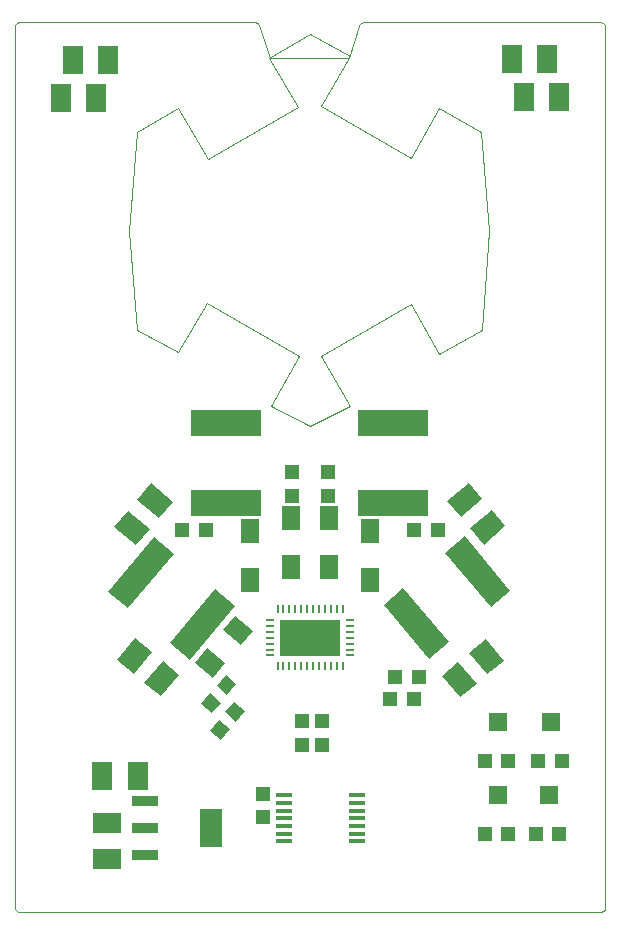
<source format=gtp>
G75*
G70*
%OFA0B0*%
%FSLAX24Y24*%
%IPPOS*%
%LPD*%
%AMOC8*
5,1,8,0,0,1.08239X$1,22.5*
%
%ADD10C,0.0000*%
%ADD11R,0.2028X0.1240*%
%ADD12R,0.0276X0.0098*%
%ADD13R,0.0098X0.0276*%
%ADD14R,0.0472X0.0472*%
%ADD15R,0.0630X0.0787*%
%ADD16R,0.0472X0.0472*%
%ADD17R,0.0571X0.0157*%
%ADD18R,0.2362X0.0866*%
%ADD19R,0.0709X0.0945*%
%ADD20C,0.0004*%
%ADD21R,0.0630X0.0591*%
%ADD22R,0.0906X0.0374*%
%ADD23R,0.0748X0.1280*%
%ADD24R,0.0945X0.0709*%
D10*
X001952Y001385D02*
X001952Y030747D01*
X001954Y030769D01*
X001959Y030791D01*
X001967Y030811D01*
X001979Y030830D01*
X001994Y030847D01*
X002011Y030862D01*
X002030Y030874D01*
X002050Y030882D01*
X002072Y030887D01*
X002094Y030889D01*
X009960Y030889D01*
X009982Y030887D01*
X010004Y030882D01*
X010024Y030874D01*
X010043Y030862D01*
X010060Y030848D01*
X010074Y030831D01*
X010086Y030812D01*
X010095Y030792D01*
X010094Y030792D02*
X010456Y029708D01*
X013093Y029708D01*
X013413Y030773D01*
X013421Y030794D01*
X013432Y030814D01*
X013446Y030833D01*
X013462Y030849D01*
X013481Y030863D01*
X013501Y030873D01*
X013523Y030881D01*
X013545Y030886D01*
X013568Y030888D01*
X013568Y030889D02*
X021474Y030889D01*
X021474Y030888D02*
X021497Y030886D01*
X021520Y030881D01*
X021541Y030873D01*
X021562Y030862D01*
X021580Y030848D01*
X021596Y030832D01*
X021610Y030814D01*
X021621Y030793D01*
X021629Y030772D01*
X021634Y030749D01*
X021636Y030726D01*
X021637Y030726D02*
X021637Y001405D01*
X021636Y001405D02*
X021634Y001382D01*
X021629Y001359D01*
X021621Y001338D01*
X021610Y001317D01*
X021596Y001299D01*
X021580Y001283D01*
X021562Y001269D01*
X021541Y001258D01*
X021520Y001250D01*
X021497Y001245D01*
X021474Y001243D01*
X002094Y001243D01*
X002072Y001245D01*
X002050Y001250D01*
X002030Y001258D01*
X002011Y001270D01*
X001994Y001285D01*
X001979Y001302D01*
X001967Y001321D01*
X001959Y001341D01*
X001954Y001363D01*
X001952Y001385D01*
D11*
X011794Y010377D03*
D12*
X010456Y010377D03*
X010456Y010574D03*
X010456Y010771D03*
X010456Y010967D03*
X010456Y010180D03*
X010456Y009983D03*
X010456Y009786D03*
X013133Y009786D03*
X013133Y009983D03*
X013133Y010180D03*
X013133Y010377D03*
X013133Y010574D03*
X013133Y010771D03*
X013133Y010967D03*
D13*
X012877Y011322D03*
X012680Y011322D03*
X012483Y011322D03*
X012286Y011322D03*
X012089Y011322D03*
X011893Y011322D03*
X011696Y011322D03*
X011499Y011322D03*
X011302Y011322D03*
X011105Y011322D03*
X010908Y011322D03*
X010711Y011322D03*
X010711Y009432D03*
X010908Y009432D03*
X011105Y009432D03*
X011302Y009432D03*
X011499Y009432D03*
X011696Y009432D03*
X011893Y009432D03*
X012089Y009432D03*
X012286Y009432D03*
X012483Y009432D03*
X012680Y009432D03*
X012877Y009432D03*
D14*
X012192Y007605D03*
X011530Y007601D03*
X011530Y006814D03*
X012192Y006818D03*
X010219Y005180D03*
X010219Y004393D03*
X014462Y008320D03*
X014632Y009063D03*
X015249Y008320D03*
X015420Y009063D03*
X017621Y006282D03*
X018408Y006282D03*
X019393Y006282D03*
X020180Y006282D03*
X020101Y003841D03*
X019314Y003841D03*
X018408Y003841D03*
X017621Y003841D03*
X016046Y013960D03*
X015259Y013960D03*
X012385Y015101D03*
X012385Y015889D03*
X011203Y015888D03*
X011203Y015101D03*
X008330Y013960D03*
X007542Y013960D03*
D15*
X009785Y013920D03*
X009785Y012306D03*
G36*
X008881Y010627D02*
X009286Y011109D01*
X009887Y010605D01*
X009482Y010123D01*
X008881Y010627D01*
G37*
G36*
X007970Y009541D02*
X008375Y010023D01*
X008976Y009519D01*
X008571Y009037D01*
X007970Y009541D01*
G37*
X011165Y012739D03*
X011165Y014353D03*
X012424Y014353D03*
X012424Y012739D03*
X013802Y012306D03*
X013802Y013920D03*
D16*
G36*
X009621Y007943D02*
X009318Y007582D01*
X008957Y007885D01*
X009260Y008246D01*
X009621Y007943D01*
G37*
G36*
X008677Y008762D02*
X008980Y009123D01*
X009341Y008820D01*
X009038Y008459D01*
X008677Y008762D01*
G37*
G36*
X008171Y008159D02*
X008474Y008520D01*
X008835Y008217D01*
X008532Y007856D01*
X008171Y008159D01*
G37*
G36*
X009115Y007340D02*
X008812Y006979D01*
X008451Y007282D01*
X008754Y007643D01*
X009115Y007340D01*
G37*
D17*
X010928Y005121D03*
X010928Y004865D03*
X010928Y004609D03*
X010928Y004353D03*
X010928Y004097D03*
X010928Y003841D03*
X010928Y003586D03*
X013369Y003586D03*
X013369Y003841D03*
X013369Y004097D03*
X013369Y004353D03*
X013369Y004609D03*
X013369Y004865D03*
X013369Y005121D03*
D18*
G36*
X014907Y012037D02*
X016424Y010228D01*
X015761Y009671D01*
X014244Y011480D01*
X014907Y012037D01*
G37*
X014550Y014865D03*
X014550Y017542D03*
G36*
X016958Y013758D02*
X018475Y011949D01*
X017812Y011392D01*
X016295Y013201D01*
X016958Y013758D01*
G37*
X008999Y014866D03*
X008999Y017543D03*
G36*
X005073Y011911D02*
X006590Y013720D01*
X007253Y013163D01*
X005736Y011354D01*
X005073Y011911D01*
G37*
G36*
X007124Y010190D02*
X008641Y011999D01*
X009304Y011442D01*
X007787Y009633D01*
X007124Y010190D01*
G37*
D19*
G36*
X006878Y009600D02*
X007420Y009145D01*
X006814Y008422D01*
X006272Y008877D01*
X006878Y009600D01*
G37*
G36*
X005974Y010359D02*
X006516Y009904D01*
X005910Y009181D01*
X005368Y009636D01*
X005974Y010359D01*
G37*
G36*
X006453Y014009D02*
X005998Y013467D01*
X005275Y014073D01*
X005730Y014615D01*
X006453Y014009D01*
G37*
G36*
X007212Y014914D02*
X006757Y014372D01*
X006034Y014978D01*
X006489Y015520D01*
X007212Y014914D01*
G37*
X006046Y005771D03*
X004865Y005771D03*
G36*
X017344Y008850D02*
X016802Y008395D01*
X016196Y009118D01*
X016738Y009573D01*
X017344Y008850D01*
G37*
G36*
X018249Y009609D02*
X017707Y009154D01*
X017101Y009877D01*
X017643Y010332D01*
X018249Y009609D01*
G37*
G36*
X017845Y014628D02*
X018300Y014086D01*
X017577Y013480D01*
X017122Y014022D01*
X017845Y014628D01*
G37*
G36*
X017086Y015533D02*
X017541Y014991D01*
X016818Y014385D01*
X016363Y014927D01*
X017086Y015533D01*
G37*
X018920Y028408D03*
X018527Y029668D03*
X019708Y029668D03*
X020101Y028408D03*
X005061Y029627D03*
X004669Y028370D03*
X003880Y029627D03*
X003488Y028370D03*
D20*
X006030Y027235D02*
X005755Y023928D01*
X006030Y020621D01*
X007408Y019912D01*
X008353Y021526D01*
X011424Y019755D01*
X010479Y018101D01*
X011778Y017432D01*
X013117Y018101D01*
X012172Y019755D01*
X015164Y021487D01*
X016109Y019834D01*
X017526Y020621D01*
X017763Y023928D01*
X017487Y027235D01*
X016109Y028023D01*
X015164Y026369D01*
X012172Y028101D01*
X013117Y029755D01*
X011778Y030503D01*
X010440Y029715D01*
X011385Y028062D01*
X008393Y026330D01*
X007408Y028023D01*
X006030Y027235D01*
D21*
X018054Y007582D03*
X018054Y005141D03*
X019747Y005141D03*
X019826Y007582D03*
D22*
X006282Y004944D03*
X006282Y004038D03*
X006282Y003133D03*
D23*
X008487Y004038D03*
D24*
X005023Y004196D03*
X005023Y003015D03*
M02*

</source>
